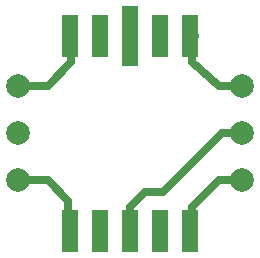
<source format=gtl>
%FSLAX43Y43*%
%MOMM*%
G71*
G01*
G75*
%ADD10R,1.400X3.600*%
%ADD11R,1.400X5.080*%
%ADD12C,0.700*%
%ADD13C,2.000*%
D10*
X20080Y6745D02*
D03*
X17540D02*
D03*
X9920D02*
D03*
X15000D02*
D03*
X12460D02*
D03*
X20080Y23255D02*
D03*
X17540D02*
D03*
X9920D02*
D03*
X12460D02*
D03*
D11*
X15000D02*
D03*
D12*
Y6745D02*
Y8750D01*
X16250Y10000D01*
X17750D01*
X22750Y15000D01*
X24500D01*
X20080Y6745D02*
X20250Y6915D01*
Y8750D01*
X22500Y11000D01*
X24500D01*
X20250Y21000D02*
X22500Y19000D01*
X9750Y6915D02*
X9920Y6745D01*
X9750Y6915D02*
Y9250D01*
X8000Y11000D02*
X9750Y9250D01*
X5500Y11000D02*
X8000D01*
X5500Y19000D02*
X8000D01*
X10000Y21000D01*
X9920Y23255D02*
X10000Y21000D01*
X22500Y19000D02*
X24500D01*
X20080Y23255D02*
X20250Y21000D01*
X20080Y23255D02*
X20245D01*
X20080D02*
X20495D01*
D13*
X5500Y15000D02*
D03*
Y19000D02*
D03*
X24500D02*
D03*
X5500Y11000D02*
D03*
X24500D02*
D03*
Y15000D02*
D03*
M02*

</source>
